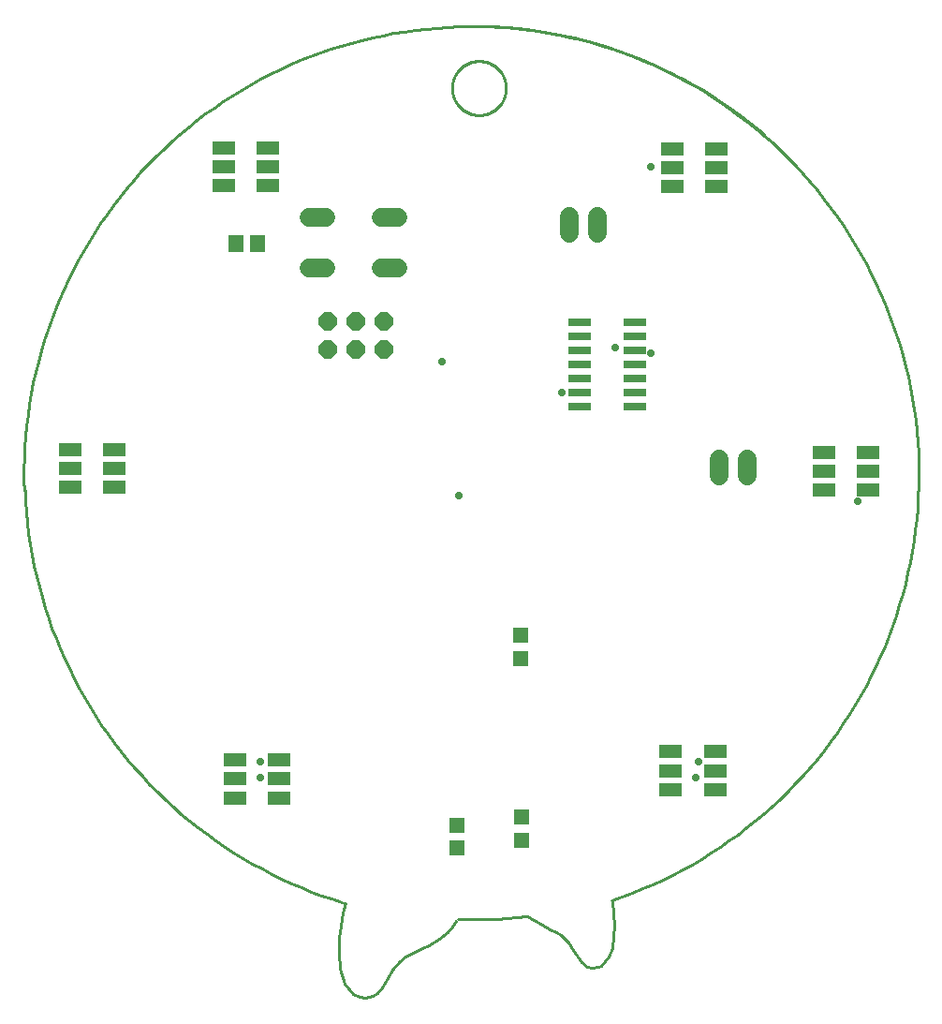
<source format=gts>
G75*
%MOIN*%
%OFA0B0*%
%FSLAX25Y25*%
%IPPOS*%
%LPD*%
%AMOC8*
5,1,8,0,0,1.08239X$1,22.5*
%
%ADD10C,0.01000*%
%ADD11R,0.08300X0.02700*%
%ADD12R,0.05224X0.05224*%
%ADD13OC8,0.06500*%
%ADD14C,0.06500*%
%ADD15R,0.05618X0.06406*%
%ADD16R,0.08374X0.04831*%
%ADD17OC8,0.02800*%
D10*
X0128781Y0013704D02*
X0125829Y0017395D01*
X0124106Y0022562D01*
X0123614Y0028714D01*
X0123860Y0033635D01*
X0124352Y0038064D01*
X0125090Y0042739D01*
X0126075Y0046184D01*
X0125336Y0046184D01*
X0145268Y0025269D02*
X0147482Y0026991D01*
X0149943Y0028468D01*
X0153388Y0030190D01*
X0155848Y0031174D01*
X0159293Y0033389D01*
X0162246Y0035604D01*
X0164214Y0037818D01*
X0165445Y0039787D01*
X0145268Y0025269D02*
X0142807Y0022316D01*
X0141085Y0019363D01*
X0139116Y0015919D01*
X0137394Y0014196D01*
X0135671Y0012966D01*
X0133210Y0012228D01*
X0130996Y0012720D01*
X0128781Y0013704D01*
X0190789Y0041263D02*
X0193004Y0040033D01*
X0195957Y0038310D01*
X0198663Y0036834D01*
X0201124Y0035604D01*
X0202846Y0034619D01*
X0205553Y0031913D01*
X0207029Y0029452D01*
X0209982Y0025023D01*
X0211951Y0023546D01*
X0213673Y0023054D01*
X0216134Y0023546D01*
X0217118Y0023793D01*
X0219579Y0026991D01*
X0221055Y0030190D01*
X0221547Y0034373D01*
X0221793Y0038064D01*
X0221547Y0042247D01*
X0221055Y0047169D01*
X0274943Y0319560D02*
X0272010Y0322021D01*
X0269019Y0324411D01*
X0265972Y0326729D01*
X0262869Y0328973D01*
X0259715Y0331142D01*
X0256509Y0333235D01*
X0253253Y0335251D01*
X0249951Y0337188D01*
X0246603Y0339045D01*
X0243211Y0340822D01*
X0239778Y0342517D01*
X0236306Y0344129D01*
X0232795Y0345657D01*
X0229250Y0347102D01*
X0225670Y0348460D01*
X0222059Y0349733D01*
X0218419Y0350919D01*
X0214751Y0352017D01*
X0211058Y0353027D01*
X0207342Y0353949D01*
X0203605Y0354781D01*
X0199849Y0355523D01*
X0196076Y0356176D01*
X0192289Y0356737D01*
X0188489Y0357208D01*
X0184679Y0357588D01*
X0180862Y0357877D01*
X0177038Y0358073D01*
X0173211Y0358179D01*
X0169382Y0358192D01*
X0163956Y0336046D02*
X0163959Y0336282D01*
X0163968Y0336517D01*
X0163982Y0336753D01*
X0164002Y0336988D01*
X0164028Y0337222D01*
X0164060Y0337456D01*
X0164097Y0337689D01*
X0164141Y0337921D01*
X0164189Y0338151D01*
X0164244Y0338381D01*
X0164304Y0338609D01*
X0164370Y0338835D01*
X0164441Y0339060D01*
X0164518Y0339283D01*
X0164600Y0339504D01*
X0164687Y0339723D01*
X0164780Y0339940D01*
X0164879Y0340154D01*
X0164982Y0340366D01*
X0165091Y0340576D01*
X0165204Y0340782D01*
X0165323Y0340986D01*
X0165447Y0341187D01*
X0165575Y0341384D01*
X0165709Y0341579D01*
X0165847Y0341770D01*
X0165990Y0341958D01*
X0166137Y0342142D01*
X0166289Y0342322D01*
X0166445Y0342499D01*
X0166606Y0342672D01*
X0166770Y0342841D01*
X0166939Y0343005D01*
X0167112Y0343166D01*
X0167289Y0343322D01*
X0167469Y0343474D01*
X0167653Y0343621D01*
X0167841Y0343764D01*
X0168032Y0343902D01*
X0168227Y0344036D01*
X0168424Y0344164D01*
X0168625Y0344288D01*
X0168829Y0344407D01*
X0169035Y0344520D01*
X0169245Y0344629D01*
X0169457Y0344732D01*
X0169671Y0344831D01*
X0169888Y0344924D01*
X0170107Y0345011D01*
X0170328Y0345093D01*
X0170551Y0345170D01*
X0170776Y0345241D01*
X0171002Y0345307D01*
X0171230Y0345367D01*
X0171460Y0345422D01*
X0171690Y0345470D01*
X0171922Y0345514D01*
X0172155Y0345551D01*
X0172389Y0345583D01*
X0172623Y0345609D01*
X0172858Y0345629D01*
X0173094Y0345643D01*
X0173329Y0345652D01*
X0173565Y0345655D01*
X0173801Y0345652D01*
X0174036Y0345643D01*
X0174272Y0345629D01*
X0174507Y0345609D01*
X0174741Y0345583D01*
X0174975Y0345551D01*
X0175208Y0345514D01*
X0175440Y0345470D01*
X0175670Y0345422D01*
X0175900Y0345367D01*
X0176128Y0345307D01*
X0176354Y0345241D01*
X0176579Y0345170D01*
X0176802Y0345093D01*
X0177023Y0345011D01*
X0177242Y0344924D01*
X0177459Y0344831D01*
X0177673Y0344732D01*
X0177885Y0344629D01*
X0178095Y0344520D01*
X0178301Y0344407D01*
X0178505Y0344288D01*
X0178706Y0344164D01*
X0178903Y0344036D01*
X0179098Y0343902D01*
X0179289Y0343764D01*
X0179477Y0343621D01*
X0179661Y0343474D01*
X0179841Y0343322D01*
X0180018Y0343166D01*
X0180191Y0343005D01*
X0180360Y0342841D01*
X0180524Y0342672D01*
X0180685Y0342499D01*
X0180841Y0342322D01*
X0180993Y0342142D01*
X0181140Y0341958D01*
X0181283Y0341770D01*
X0181421Y0341579D01*
X0181555Y0341384D01*
X0181683Y0341187D01*
X0181807Y0340986D01*
X0181926Y0340782D01*
X0182039Y0340576D01*
X0182148Y0340366D01*
X0182251Y0340154D01*
X0182350Y0339940D01*
X0182443Y0339723D01*
X0182530Y0339504D01*
X0182612Y0339283D01*
X0182689Y0339060D01*
X0182760Y0338835D01*
X0182826Y0338609D01*
X0182886Y0338381D01*
X0182941Y0338151D01*
X0182989Y0337921D01*
X0183033Y0337689D01*
X0183070Y0337456D01*
X0183102Y0337222D01*
X0183128Y0336988D01*
X0183148Y0336753D01*
X0183162Y0336517D01*
X0183171Y0336282D01*
X0183174Y0336046D01*
X0183171Y0335810D01*
X0183162Y0335575D01*
X0183148Y0335339D01*
X0183128Y0335104D01*
X0183102Y0334870D01*
X0183070Y0334636D01*
X0183033Y0334403D01*
X0182989Y0334171D01*
X0182941Y0333941D01*
X0182886Y0333711D01*
X0182826Y0333483D01*
X0182760Y0333257D01*
X0182689Y0333032D01*
X0182612Y0332809D01*
X0182530Y0332588D01*
X0182443Y0332369D01*
X0182350Y0332152D01*
X0182251Y0331938D01*
X0182148Y0331726D01*
X0182039Y0331516D01*
X0181926Y0331310D01*
X0181807Y0331106D01*
X0181683Y0330905D01*
X0181555Y0330708D01*
X0181421Y0330513D01*
X0181283Y0330322D01*
X0181140Y0330134D01*
X0180993Y0329950D01*
X0180841Y0329770D01*
X0180685Y0329593D01*
X0180524Y0329420D01*
X0180360Y0329251D01*
X0180191Y0329087D01*
X0180018Y0328926D01*
X0179841Y0328770D01*
X0179661Y0328618D01*
X0179477Y0328471D01*
X0179289Y0328328D01*
X0179098Y0328190D01*
X0178903Y0328056D01*
X0178706Y0327928D01*
X0178505Y0327804D01*
X0178301Y0327685D01*
X0178095Y0327572D01*
X0177885Y0327463D01*
X0177673Y0327360D01*
X0177459Y0327261D01*
X0177242Y0327168D01*
X0177023Y0327081D01*
X0176802Y0326999D01*
X0176579Y0326922D01*
X0176354Y0326851D01*
X0176128Y0326785D01*
X0175900Y0326725D01*
X0175670Y0326670D01*
X0175440Y0326622D01*
X0175208Y0326578D01*
X0174975Y0326541D01*
X0174741Y0326509D01*
X0174507Y0326483D01*
X0174272Y0326463D01*
X0174036Y0326449D01*
X0173801Y0326440D01*
X0173565Y0326437D01*
X0173329Y0326440D01*
X0173094Y0326449D01*
X0172858Y0326463D01*
X0172623Y0326483D01*
X0172389Y0326509D01*
X0172155Y0326541D01*
X0171922Y0326578D01*
X0171690Y0326622D01*
X0171460Y0326670D01*
X0171230Y0326725D01*
X0171002Y0326785D01*
X0170776Y0326851D01*
X0170551Y0326922D01*
X0170328Y0326999D01*
X0170107Y0327081D01*
X0169888Y0327168D01*
X0169671Y0327261D01*
X0169457Y0327360D01*
X0169245Y0327463D01*
X0169035Y0327572D01*
X0168829Y0327685D01*
X0168625Y0327804D01*
X0168424Y0327928D01*
X0168227Y0328056D01*
X0168032Y0328190D01*
X0167841Y0328328D01*
X0167653Y0328471D01*
X0167469Y0328618D01*
X0167289Y0328770D01*
X0167112Y0328926D01*
X0166939Y0329087D01*
X0166770Y0329251D01*
X0166606Y0329420D01*
X0166445Y0329593D01*
X0166289Y0329770D01*
X0166137Y0329950D01*
X0165990Y0330134D01*
X0165847Y0330322D01*
X0165709Y0330513D01*
X0165575Y0330708D01*
X0165447Y0330905D01*
X0165323Y0331106D01*
X0165204Y0331310D01*
X0165091Y0331516D01*
X0164982Y0331726D01*
X0164879Y0331938D01*
X0164780Y0332152D01*
X0164687Y0332369D01*
X0164600Y0332588D01*
X0164518Y0332809D01*
X0164441Y0333032D01*
X0164370Y0333257D01*
X0164304Y0333483D01*
X0164244Y0333711D01*
X0164189Y0333941D01*
X0164141Y0334171D01*
X0164097Y0334403D01*
X0164060Y0334636D01*
X0164028Y0334870D01*
X0164002Y0335104D01*
X0163982Y0335339D01*
X0163968Y0335575D01*
X0163959Y0335810D01*
X0163956Y0336046D01*
X0190543Y0041510D02*
X0187044Y0041101D01*
X0183537Y0040769D01*
X0180023Y0040515D01*
X0176504Y0040339D01*
X0172983Y0040241D01*
X0169460Y0040221D01*
X0165937Y0040280D01*
X0220809Y0047169D02*
X0224504Y0048447D01*
X0228165Y0049814D01*
X0231792Y0051272D01*
X0235383Y0052817D01*
X0238934Y0054451D01*
X0242445Y0056170D01*
X0245912Y0057975D01*
X0249334Y0059865D01*
X0252708Y0061837D01*
X0256034Y0063892D01*
X0259308Y0066028D01*
X0262528Y0068243D01*
X0265694Y0070536D01*
X0268802Y0072907D01*
X0271852Y0075352D01*
X0274840Y0077872D01*
X0277766Y0080464D01*
X0280628Y0083127D01*
X0283423Y0085859D01*
X0286151Y0088659D01*
X0288809Y0091525D01*
X0291397Y0094455D01*
X0293912Y0097447D01*
X0296352Y0100501D01*
X0298718Y0103613D01*
X0301006Y0106782D01*
X0303216Y0110006D01*
X0305346Y0113283D01*
X0307396Y0116612D01*
X0309363Y0119990D01*
X0311247Y0123415D01*
X0313047Y0126885D01*
X0314761Y0130398D01*
X0316388Y0133952D01*
X0317928Y0137545D01*
X0319379Y0141174D01*
X0320742Y0144838D01*
X0322014Y0148534D01*
X0323195Y0152261D01*
X0324284Y0156015D01*
X0325281Y0159794D01*
X0326185Y0163597D01*
X0326996Y0167421D01*
X0327713Y0171264D01*
X0328336Y0175123D01*
X0328864Y0178996D01*
X0329297Y0182881D01*
X0329634Y0186775D01*
X0329877Y0190677D01*
X0330023Y0194583D01*
X0330074Y0198491D01*
X0330029Y0202400D01*
X0329888Y0206306D01*
X0329652Y0210208D01*
X0329320Y0214103D01*
X0328893Y0217989D01*
X0328371Y0221863D01*
X0327754Y0225723D01*
X0327043Y0229566D01*
X0326238Y0233391D01*
X0325339Y0237196D01*
X0324348Y0240977D01*
X0323264Y0244732D01*
X0322088Y0248460D01*
X0320822Y0252158D01*
X0319465Y0255824D01*
X0318019Y0259456D01*
X0316485Y0263051D01*
X0314863Y0266608D01*
X0313154Y0270123D01*
X0311360Y0273596D01*
X0309481Y0277024D01*
X0307518Y0280405D01*
X0305474Y0283736D01*
X0303349Y0287017D01*
X0301143Y0290244D01*
X0298860Y0293417D01*
X0296499Y0296533D01*
X0294063Y0299590D01*
X0291553Y0302586D01*
X0288970Y0305520D01*
X0286316Y0308390D01*
X0283592Y0311194D01*
X0280801Y0313930D01*
X0277943Y0316597D01*
X0275021Y0319194D01*
X0272036Y0321718D01*
X0268991Y0324168D01*
X0265886Y0326543D01*
X0262724Y0328841D01*
X0259506Y0331061D01*
X0256236Y0333201D01*
X0252913Y0335261D01*
X0249542Y0337239D01*
X0246123Y0339134D01*
X0242658Y0340944D01*
X0239150Y0342669D01*
X0235601Y0344307D01*
X0232013Y0345858D01*
X0228388Y0347321D01*
X0224729Y0348694D01*
X0221036Y0349978D01*
X0217314Y0351170D01*
X0213563Y0352271D01*
X0209787Y0353280D01*
X0205987Y0354196D01*
X0202165Y0355019D01*
X0198325Y0355748D01*
X0194468Y0356383D01*
X0190596Y0356922D01*
X0186713Y0357367D01*
X0182819Y0357717D01*
X0178919Y0357971D01*
X0175013Y0358130D01*
X0171105Y0358193D01*
X0170120Y0357947D02*
X0166250Y0357890D01*
X0162382Y0357740D01*
X0158519Y0357496D01*
X0154663Y0357157D01*
X0150817Y0356725D01*
X0146982Y0356199D01*
X0143161Y0355580D01*
X0139356Y0354868D01*
X0135570Y0354064D01*
X0131805Y0353167D01*
X0128062Y0352180D01*
X0124345Y0351101D01*
X0120655Y0349933D01*
X0116994Y0348674D01*
X0113366Y0347327D01*
X0109771Y0345892D01*
X0106212Y0344370D01*
X0102691Y0342762D01*
X0099211Y0341069D01*
X0095772Y0339291D01*
X0092378Y0337430D01*
X0089031Y0335487D01*
X0085731Y0333463D01*
X0082482Y0331359D01*
X0079285Y0329177D01*
X0076143Y0326918D01*
X0073056Y0324583D01*
X0070027Y0322173D01*
X0067057Y0319690D01*
X0064149Y0317136D01*
X0061304Y0314512D01*
X0058523Y0311819D01*
X0055809Y0309059D01*
X0053163Y0306234D01*
X0050587Y0303346D01*
X0048081Y0300395D01*
X0045649Y0297384D01*
X0043290Y0294316D01*
X0041007Y0291190D01*
X0038800Y0288010D01*
X0036672Y0284777D01*
X0034623Y0281493D01*
X0032654Y0278161D01*
X0030767Y0274781D01*
X0028963Y0271356D01*
X0027243Y0267889D01*
X0025608Y0264380D01*
X0024059Y0260833D01*
X0022597Y0257250D01*
X0021222Y0253631D01*
X0019936Y0249980D01*
X0018739Y0246300D01*
X0017632Y0242591D01*
X0016616Y0238856D01*
X0015691Y0235097D01*
X0014858Y0231317D01*
X0014117Y0227518D01*
X0013468Y0223702D01*
X0012913Y0219871D01*
X0012452Y0216028D01*
X0012084Y0212175D01*
X0011810Y0208314D01*
X0011630Y0204448D01*
X0011544Y0200578D01*
X0011552Y0196708D01*
X0011655Y0192838D01*
X0011901Y0193083D02*
X0012085Y0189214D01*
X0012364Y0185351D01*
X0012736Y0181495D01*
X0013202Y0177650D01*
X0013761Y0173817D01*
X0014414Y0169999D01*
X0015159Y0166197D01*
X0015997Y0162416D01*
X0016926Y0158655D01*
X0017947Y0154919D01*
X0019058Y0151208D01*
X0020260Y0147525D01*
X0021550Y0143873D01*
X0022930Y0140253D01*
X0024397Y0136668D01*
X0025951Y0133120D01*
X0027590Y0129611D01*
X0029315Y0126143D01*
X0031124Y0122717D01*
X0033015Y0119337D01*
X0034989Y0116004D01*
X0037043Y0112719D01*
X0039176Y0109486D01*
X0041387Y0106306D01*
X0043675Y0103180D01*
X0046039Y0100111D01*
X0048476Y0097101D01*
X0050986Y0094151D01*
X0053567Y0091262D01*
X0056218Y0088438D01*
X0058937Y0085679D01*
X0061722Y0082987D01*
X0064572Y0080363D01*
X0067484Y0077810D01*
X0070459Y0075328D01*
X0073492Y0072919D01*
X0076584Y0070585D01*
X0079731Y0068327D01*
X0082932Y0066147D01*
X0086186Y0064044D01*
X0089490Y0062022D01*
X0092842Y0060081D01*
X0096240Y0058222D01*
X0099682Y0056446D01*
X0103167Y0054754D01*
X0106692Y0053148D01*
X0110255Y0051629D01*
X0113854Y0050196D01*
X0117486Y0048851D01*
X0121151Y0047596D01*
X0124845Y0046429D01*
D11*
X0209514Y0222867D03*
X0209514Y0227867D03*
X0209514Y0232867D03*
X0209514Y0237867D03*
X0209514Y0242867D03*
X0209514Y0247867D03*
X0209514Y0252867D03*
X0228914Y0252867D03*
X0228914Y0247867D03*
X0228914Y0242867D03*
X0228914Y0237867D03*
X0228914Y0232867D03*
X0228914Y0227867D03*
X0228914Y0222867D03*
D12*
X0188220Y0141376D03*
X0188220Y0133108D03*
X0188870Y0076770D03*
X0188870Y0068502D03*
X0165730Y0065613D03*
X0165730Y0073881D03*
D13*
X0139559Y0242897D03*
X0139559Y0252897D03*
X0129559Y0252897D03*
X0129559Y0242897D03*
X0119559Y0242897D03*
X0119559Y0252897D03*
D14*
X0119129Y0272127D02*
X0113129Y0272127D01*
X0113129Y0289927D02*
X0119129Y0289927D01*
X0138729Y0289927D02*
X0144729Y0289927D01*
X0144729Y0272127D02*
X0138729Y0272127D01*
X0205671Y0284449D02*
X0205671Y0290449D01*
X0215671Y0290449D02*
X0215671Y0284449D01*
X0259018Y0204032D02*
X0259018Y0198032D01*
X0269018Y0198032D02*
X0269018Y0204032D01*
D15*
X0094554Y0280682D03*
X0087074Y0280682D03*
D16*
X0086655Y0083537D03*
X0086655Y0090230D03*
X0086655Y0096922D03*
X0102403Y0096922D03*
X0102403Y0090230D03*
X0102403Y0083537D03*
X0043791Y0194068D03*
X0043791Y0200761D03*
X0043791Y0207454D03*
X0028043Y0207454D03*
X0028043Y0200761D03*
X0028043Y0194068D03*
X0082718Y0301352D03*
X0082718Y0308044D03*
X0082718Y0314737D03*
X0098466Y0314737D03*
X0098466Y0308044D03*
X0098466Y0301352D03*
X0242339Y0301106D03*
X0242339Y0307798D03*
X0242339Y0314491D03*
X0258087Y0314491D03*
X0258087Y0307798D03*
X0258087Y0301106D03*
X0296375Y0206494D03*
X0296375Y0199801D03*
X0296375Y0193108D03*
X0312123Y0193108D03*
X0312123Y0199801D03*
X0312123Y0206494D03*
X0257571Y0099900D03*
X0257571Y0093207D03*
X0257571Y0086514D03*
X0241823Y0086514D03*
X0241823Y0093207D03*
X0241823Y0099900D03*
D17*
X0251714Y0096531D03*
X0250721Y0090569D03*
X0308355Y0188945D03*
X0234822Y0241611D03*
X0221903Y0243599D03*
X0203023Y0227700D03*
X0166256Y0190933D03*
X0160294Y0238630D03*
X0234822Y0308189D03*
X0095703Y0096531D03*
X0095703Y0090569D03*
M02*

</source>
